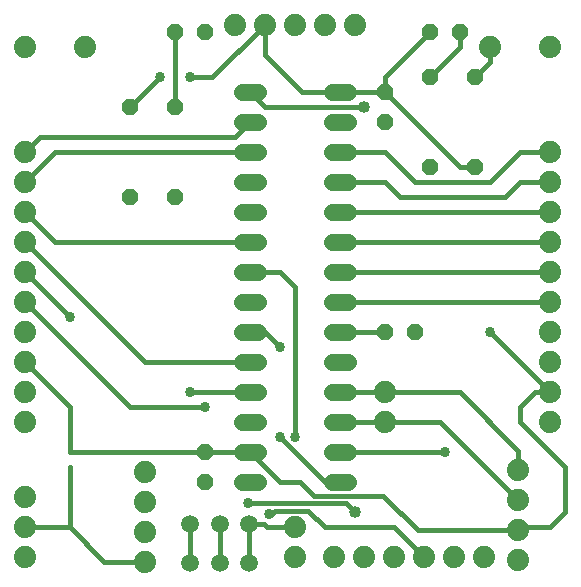
<source format=gbr>
G04 EAGLE Gerber RS-274X export*
G75*
%MOMM*%
%FSLAX34Y34*%
%LPD*%
%INTop Copper*%
%IPPOS*%
%AMOC8*
5,1,8,0,0,1.08239X$1,22.5*%
G01*
%ADD10P,1.539592X8X292.500000*%
%ADD11P,1.539592X8X22.500000*%
%ADD12P,1.539592X8X202.500000*%
%ADD13P,1.539592X8X112.500000*%
%ADD14C,1.422400*%
%ADD15C,1.879600*%
%ADD16C,1.509600*%
%ADD17C,0.406400*%
%ADD18C,0.858000*%
%ADD19C,1.016000*%


D10*
X330200Y419100D03*
X330200Y393700D03*
D11*
X330200Y215900D03*
X355600Y215900D03*
D10*
X177800Y114300D03*
X177800Y88900D03*
D11*
X368300Y469900D03*
X393700Y469900D03*
D12*
X177800Y469900D03*
X152400Y469900D03*
D13*
X368300Y355600D03*
X368300Y431800D03*
X152400Y330200D03*
X152400Y406400D03*
D10*
X406400Y431800D03*
X406400Y355600D03*
D13*
X114300Y330200D03*
X114300Y406400D03*
D14*
X208788Y419100D02*
X223012Y419100D01*
X223012Y393700D02*
X208788Y393700D01*
X208788Y368300D02*
X223012Y368300D01*
X223012Y342900D02*
X208788Y342900D01*
X208788Y317500D02*
X223012Y317500D01*
X223012Y292100D02*
X208788Y292100D01*
X208788Y266700D02*
X223012Y266700D01*
X223012Y241300D02*
X208788Y241300D01*
X208788Y215900D02*
X223012Y215900D01*
X223012Y190500D02*
X208788Y190500D01*
X208788Y165100D02*
X223012Y165100D01*
X223012Y139700D02*
X208788Y139700D01*
X208788Y114300D02*
X223012Y114300D01*
X223012Y88900D02*
X208788Y88900D01*
X284988Y88900D02*
X299212Y88900D01*
X299212Y114300D02*
X284988Y114300D01*
X284988Y139700D02*
X299212Y139700D01*
X299212Y165100D02*
X284988Y165100D01*
X284988Y190500D02*
X299212Y190500D01*
X299212Y215900D02*
X284988Y215900D01*
X284988Y241300D02*
X299212Y241300D01*
X299212Y266700D02*
X284988Y266700D01*
X284988Y292100D02*
X299212Y292100D01*
X299212Y317500D02*
X284988Y317500D01*
X284988Y342900D02*
X299212Y342900D01*
X299212Y368300D02*
X284988Y368300D01*
X284988Y393700D02*
X299212Y393700D01*
X299212Y419100D02*
X284988Y419100D01*
D15*
X330200Y165100D03*
X330200Y139700D03*
X469900Y368300D03*
X469900Y342900D03*
X469900Y317500D03*
X469900Y292100D03*
X469900Y266700D03*
X469900Y241300D03*
X469900Y215900D03*
X469900Y190500D03*
X469900Y165100D03*
X469900Y139700D03*
X25400Y241300D03*
X25400Y215900D03*
X25400Y190500D03*
X25400Y165100D03*
X25400Y139700D03*
X25400Y368300D03*
X25400Y342900D03*
X25400Y317500D03*
X25400Y292100D03*
X25400Y266700D03*
X25400Y76200D03*
X25400Y50800D03*
X25400Y25400D03*
X254000Y25400D03*
X254000Y50800D03*
D16*
X215500Y20330D03*
X190500Y20330D03*
X165500Y20330D03*
X165500Y53330D03*
X190500Y53330D03*
X215500Y53330D03*
D15*
X127000Y21590D03*
X127000Y46990D03*
X127000Y72390D03*
X127000Y97790D03*
X414020Y25400D03*
X388620Y25400D03*
X363220Y25400D03*
X337820Y25400D03*
X312420Y25400D03*
X287020Y25400D03*
X203200Y476250D03*
X228600Y476250D03*
X254000Y476250D03*
X279400Y476250D03*
X304800Y476250D03*
X443230Y22860D03*
X443230Y48260D03*
X443230Y73660D03*
X443230Y99060D03*
X419100Y457200D03*
X469900Y457200D03*
X76200Y457200D03*
X25400Y457200D03*
D17*
X215500Y53330D02*
X215500Y20330D01*
X215500Y53330D02*
X228200Y53330D01*
X230730Y50800D01*
X254000Y50800D01*
X215900Y114300D02*
X177800Y114300D01*
X292100Y419100D02*
X330200Y419100D01*
X393700Y355600D01*
X406400Y355600D01*
X330200Y419100D02*
X330200Y431800D01*
X368300Y469900D01*
X445770Y50800D02*
X443230Y48260D01*
X445770Y50800D02*
X469900Y50800D01*
X482600Y63500D01*
X482600Y101600D01*
X63500Y50800D02*
X25400Y50800D01*
X63500Y50800D02*
X92710Y21590D01*
X127000Y21590D01*
X228600Y450850D02*
X228600Y476250D01*
X228600Y450850D02*
X260350Y419100D01*
X292100Y419100D01*
X63500Y152400D02*
X63500Y114554D01*
X63500Y101600D02*
X63500Y50800D01*
X132620Y114300D02*
X177800Y114300D01*
X132620Y114300D02*
X132366Y114554D01*
X63500Y114554D01*
X444500Y139700D02*
X482600Y101600D01*
X444500Y139700D02*
X444500Y152400D01*
X457200Y165100D01*
X469900Y165100D01*
X139700Y431800D02*
X114300Y406400D01*
D18*
X139700Y431800D03*
X165100Y431800D03*
D17*
X184150Y431800D01*
X228600Y476250D01*
D18*
X419100Y215900D03*
D17*
X469900Y165100D01*
X443230Y48260D02*
X358140Y48260D01*
X258428Y88900D02*
X241300Y88900D01*
X269858Y77470D02*
X328930Y77470D01*
X269858Y77470D02*
X258428Y88900D01*
X241300Y88900D02*
X215900Y114300D01*
X328930Y77470D02*
X358140Y48260D01*
X63500Y152400D02*
X25400Y190500D01*
X165500Y53330D02*
X165500Y20330D01*
X337820Y50800D02*
X363220Y25400D01*
X337820Y50800D02*
X279400Y50800D01*
X237204Y65024D02*
X234410Y62230D01*
X232410Y62230D01*
D18*
X232410Y62230D03*
D17*
X265176Y65024D02*
X279400Y50800D01*
X265176Y65024D02*
X237204Y65024D01*
X393700Y457200D02*
X393700Y469900D01*
X393700Y457200D02*
X368300Y431800D01*
X330200Y215900D02*
X292100Y215900D01*
X419100Y444500D02*
X419100Y457200D01*
X419100Y444500D02*
X406400Y431800D01*
X228600Y406400D02*
X215900Y419100D01*
X228600Y406400D02*
X312420Y406400D01*
D19*
X312420Y406400D03*
D17*
X152400Y406400D02*
X152400Y469900D01*
D18*
X76200Y457200D03*
X165100Y165100D03*
D17*
X215900Y165100D01*
X292100Y165100D02*
X330200Y165100D01*
X393700Y165100D01*
X443230Y115570D01*
X443230Y99060D01*
X330200Y139700D02*
X292100Y139700D01*
X330200Y139700D02*
X377190Y139700D01*
X443230Y73660D01*
X241300Y266700D02*
X215900Y266700D01*
X241300Y266700D02*
X254000Y254000D01*
D18*
X254000Y127000D03*
D17*
X254000Y254000D01*
X228600Y215900D02*
X215900Y215900D01*
X228600Y215900D02*
X241300Y203200D01*
D18*
X241300Y203200D03*
D17*
X38100Y381000D02*
X25400Y368300D01*
X38100Y381000D02*
X203200Y381000D01*
X215900Y393700D01*
X50800Y368300D02*
X25400Y342900D01*
X50800Y368300D02*
X215900Y368300D01*
X50800Y292100D02*
X25400Y317500D01*
X50800Y292100D02*
X215900Y292100D01*
X127000Y190500D02*
X25400Y292100D01*
X127000Y190500D02*
X215900Y190500D01*
X63500Y228600D02*
X25400Y266700D01*
D18*
X63500Y228600D03*
D17*
X25400Y241300D02*
X114300Y152400D01*
X177800Y152400D01*
D18*
X177800Y152400D03*
X241300Y127000D03*
D17*
X279400Y88900D01*
X292100Y88900D01*
X292100Y114300D02*
X381000Y114300D01*
D18*
X381000Y114300D03*
D17*
X292100Y241300D02*
X469900Y241300D01*
X469900Y266700D02*
X292100Y266700D01*
X292100Y292100D02*
X469900Y292100D01*
X469900Y317500D02*
X292100Y317500D01*
X292100Y342900D02*
X330200Y342900D01*
X342900Y330200D01*
X431800Y330200D01*
X444500Y342900D01*
X469900Y342900D01*
X330200Y368300D02*
X292100Y368300D01*
X330200Y368300D02*
X355600Y342900D01*
X419100Y342900D01*
X444500Y368300D01*
X469900Y368300D01*
X190500Y53330D02*
X190500Y20330D01*
D18*
X214630Y71120D03*
D17*
X297180Y71120D01*
X304800Y63500D01*
D19*
X304800Y63500D03*
M02*

</source>
